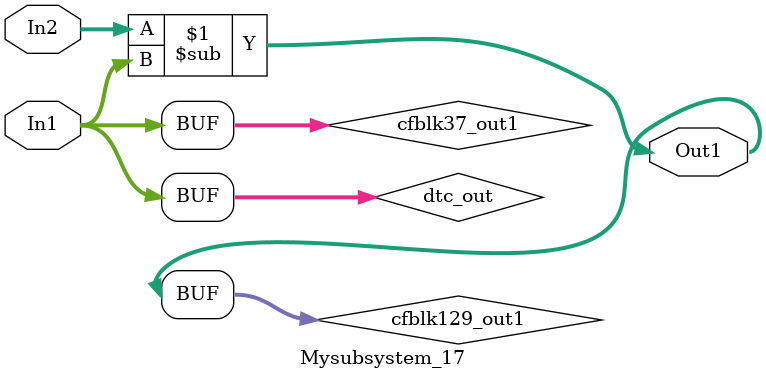
<source format=v>



`timescale 1 ns / 1 ns

module Mysubsystem_17
          (In1,
           In2,
           Out1);


  input   [7:0] In1;  // uint8
  input   [7:0] In2;  // uint8
  output  [7:0] Out1;  // uint8


  wire [7:0] dtc_out;  // ufix8
  wire [7:0] cfblk37_out1;  // uint8
  wire [7:0] cfblk129_out1;  // uint8


  assign dtc_out = In1;



  assign cfblk37_out1 = dtc_out;



  assign cfblk129_out1 = In2 - cfblk37_out1;



  assign Out1 = cfblk129_out1;

endmodule  // Mysubsystem_17


</source>
